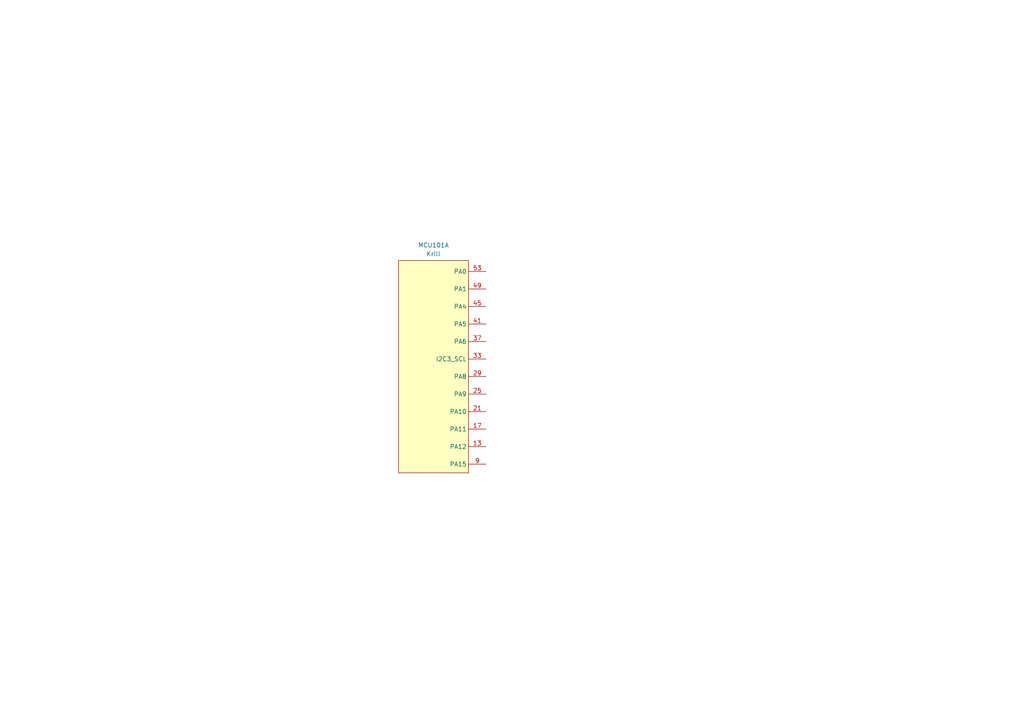
<source format=kicad_sch>
(kicad_sch (version 20250114) (generator "eeschema") (generator_version "9.0")
  (paper "A4")
  (lib_symbols
    (symbol "bfr_microcontrollers:Krill"
      (property "Reference" "MCU" (at 0 20.32 0))
      (property "Value" "Krill" (at 0 17.78 0))
      (symbol "Krill_1_1"
        (rectangle (start -10.16 15.875) (end 10.16 -45.72) (fill (type background)))
        (pin bidirectional line (at 15.24 12.7 180) (length 5.08) (name "PA0") (number "53"))
        (pin bidirectional line (at 15.24 7.62 180) (length 5.08) (name "PA1") (number "49"))
        (pin bidirectional line (at 15.24 2.54 180) (length 5.08) (name "PA4") (number "45"))
        (pin bidirectional line (at 15.24 -2.54 180) (length 5.08) (name "PA5") (number "41"))
        (pin bidirectional line (at 15.24 -7.62 180) (length 5.08) (name "PA6") (number "37"))
        (pin bidirectional line (at 15.24 -12.7 180) (length 5.08) (name "PA7") (number "33") (alternate "I2C3_SCL" bidirectional line))
        (pin bidirectional line (at 15.24 -17.78 180) (length 5.08) (name "PA8") (number "29"))
        (pin bidirectional line (at 15.24 -22.86 180) (length 5.08) (name "PA9") (number "25"))
        (pin bidirectional line (at 15.24 -27.94 180) (length 5.08) (name "PA10") (number "21"))
        (pin bidirectional line (at 15.24 -33.02 180) (length 5.08) (name "PA11") (number "17"))
        (pin bidirectional line (at 15.24 -38.1 180) (length 5.08) (name "PA12") (number "13"))
        (pin bidirectional line (at 15.24 -43.18 180) (length 5.08) (name "PA15") (number "9"))
      )
      (symbol "Krill_2_1"
        (rectangle (start -11.43 15.875) (end 11.43 -45.72) (fill (type background)))
        (pin bidirectional line (at 16.51 12.7 180) (length 5.08) (name "PB0") (number "52"))
        (pin bidirectional line (at 16.51 7.62 180) (length 5.08) (name "PB1") (number "48"))
        (pin bidirectional line (at 16.51 2.54 180) (length 5.08) (name "PB2") (number "44"))
        (pin bidirectional line (at 16.51 -2.54 180) (length 5.08) (name "PB5") (number "8"))
        (pin bidirectional line (at 16.51 -7.62 180) (length 5.08) (name "PB6") (number "12"))
        (pin bidirectional line (at 16.51 -12.7 180) (length 5.08) (name "PB7") (number "16"))
        (pin bidirectional line (at 16.51 -17.78 180) (length 5.08) (name "PB10") (number "40"))
        (pin bidirectional line (at 16.51 -22.86 180) (length 5.08) (name "PB11") (number "36"))
        (pin bidirectional line (at 16.51 -27.94 180) (length 5.08) (name "PB12") (number "32"))
        (pin bidirectional line (at 16.51 -33.02 180) (length 5.08) (name "PB13") (number "28"))
        (pin bidirectional line (at 16.51 -38.1 180) (length 5.08) (name "PB14") (number "24"))
        (pin bidirectional line (at 16.51 -43.18 180) (length 5.08) (name "PB15") (number "20"))
      )
      (symbol "Krill_3_0"
        (pin bidirectional line (at 19.05 1.27 180) (length 5.08) (hide yes) (name "GND") (number "10"))
        (pin bidirectional line (at 19.05 1.27 180) (length 5.08) (hide yes) (name "GND") (number "11"))
        (pin bidirectional line (at 19.05 1.27 180) (length 5.08) (hide yes) (name "GND") (number "14"))
        (pin bidirectional line (at 19.05 1.27 180) (length 5.08) (hide yes) (name "GND") (number "15"))
        (pin bidirectional line (at 19.05 1.27 180) (length 5.08) (hide yes) (name "GND") (number "18"))
        (pin bidirectional line (at 19.05 1.27 180) (length 5.08) (hide yes) (name "GND") (number "19"))
        (pin bidirectional line (at 19.05 1.27 180) (length 5.08) (hide yes) (name "GND") (number "22"))
        (pin bidirectional line (at 19.05 1.27 180) (length 5.08) (hide yes) (name "GND") (number "23"))
        (pin bidirectional line (at 19.05 1.27 180) (length 5.08) (hide yes) (name "GND") (number "26"))
        (pin bidirectional line (at 19.05 1.27 180) (length 5.08) (hide yes) (name "GND") (number "27"))
        (pin bidirectional line (at 19.05 1.27 180) (length 5.08) (hide yes) (name "GND") (number "30"))
        (pin bidirectional line (at 19.05 1.27 180) (length 5.08) (hide yes) (name "GND") (number "31"))
        (pin bidirectional line (at 19.05 1.27 180) (length 5.08) (hide yes) (name "GND") (number "34"))
        (pin bidirectional line (at 19.05 1.27 180) (length 5.08) (hide yes) (name "GND") (number "35"))
        (pin bidirectional line (at 19.05 1.27 180) (length 5.08) (hide yes) (name "GND") (number "38"))
        (pin bidirectional line (at 19.05 1.27 180) (length 5.08) (hide yes) (name "GND") (number "39"))
        (pin bidirectional line (at 19.05 1.27 180) (length 5.08) (hide yes) (name "GND") (number "4"))
        (pin bidirectional line (at 19.05 1.27 180) (length 5.08) (hide yes) (name "GND") (number "42"))
        (pin bidirectional line (at 19.05 1.27 180) (length 5.08) (hide yes) (name "GND") (number "43"))
        (pin bidirectional line (at 19.05 1.27 180) (length 5.08) (hide yes) (name "GND") (number "46"))
        (pin bidirectional line (at 19.05 1.27 180) (length 5.08) (hide yes) (name "GND") (number "47"))
        (pin bidirectional line (at 19.05 1.27 180) (length 5.08) (hide yes) (name "GND") (number "5"))
        (pin bidirectional line (at 19.05 1.27 180) (length 5.08) (hide yes) (name "GND") (number "50"))
        (pin bidirectional line (at 19.05 1.27 180) (length 5.08) (hide yes) (name "GND") (number "51"))
        (pin bidirectional line (at 19.05 1.27 180) (length 5.08) (hide yes) (name "GND") (number "54"))
        (pin bidirectional line (at 19.05 1.27 180) (length 5.08) (hide yes) (name "GND") (number "55"))
        (pin bidirectional line (at 19.05 1.27 180) (length 5.08) (hide yes) (name "GND") (number "57"))
        (pin bidirectional line (at 19.05 1.27 180) (length 5.08) (hide yes) (name "GND") (number "6"))
        (pin bidirectional line (at 19.05 1.27 180) (length 5.08) (hide yes) (name "GND") (number "7"))
        (pin bidirectional line (at 19.05 1.27 180) (length 5.08) (hide yes) (name "GND") (number "73"))
        (pin bidirectional line (at 19.05 1.27 180) (length 5.08) (hide yes) (name "GND") (number "75"))
      )
      (symbol "Krill_3_1"
        (rectangle (start -13.97 15.875) (end 13.97 -15.875) (fill (type background)))
        (pin input line (at -19.05 11.43 0) (length 5.08) (name "3V3A") (number "70"))
        (pin input line (at -19.05 11.43 0) (length 5.08) (hide yes) (name "3V3A") (number "72"))
        (pin input line (at -19.05 11.43 0) (length 5.08) (hide yes) (name "3V3A") (number "74"))
        (pin input line (at -19.05 1.27 0) (length 5.08) (name "VBATT") (number "68"))
        (pin input line (at -19.05 -7.62 0) (length 5.08) (name "STLINK_CAN+") (number "56"))
        (pin input line (at -19.05 -12.7 0) (length 5.08) (name "STLINK_CAN-") (number "58"))
        (pin input line (at 19.05 11.43 180) (length 5.08) (name "5V") (number "67"))
        (pin input line (at 19.05 11.43 180) (length 5.08) (hide yes) (name "5V") (number "69"))
        (pin input line (at 19.05 11.43 180) (length 5.08) (hide yes) (name "5V") (number "71"))
        (pin bidirectional line (at 19.05 1.27 180) (length 5.08) (name "GND") (number "2"))
        (pin input line (at 19.05 -7.62 180) (length 5.08) (name "MCU_CAN+") (number "1"))
        (pin input line (at 19.05 -12.7 180) (length 5.08) (name "MCU_CAN-") (number "3"))
      )
    )
  )
  (symbol (lib_id "bfr_microcontrollers:Krill") (at 125.73 91.44 0) (unit 1)
    (property "Reference" "MCU101" (at 125.73 71.12 0))
    (property "Value" "Krill" (at 125.73 73.66 0))
    (property "Footprint" "bfr_connectors:TE_1-2199119-5" (effects (hide yes)))
    (property "Datasheet" "https://www.st.com/resource/en/datasheet/stm32l552cc.pdf" (effects (hide yes)))
    (property "Connector Datasheet" "https://jlcpcb.com/partdetail/TEConnectivity-1_21991195/C574849" (effects (hide yes)))
    (pin "33" (alternate "I2C3_SCL"))
  )
)
</source>
